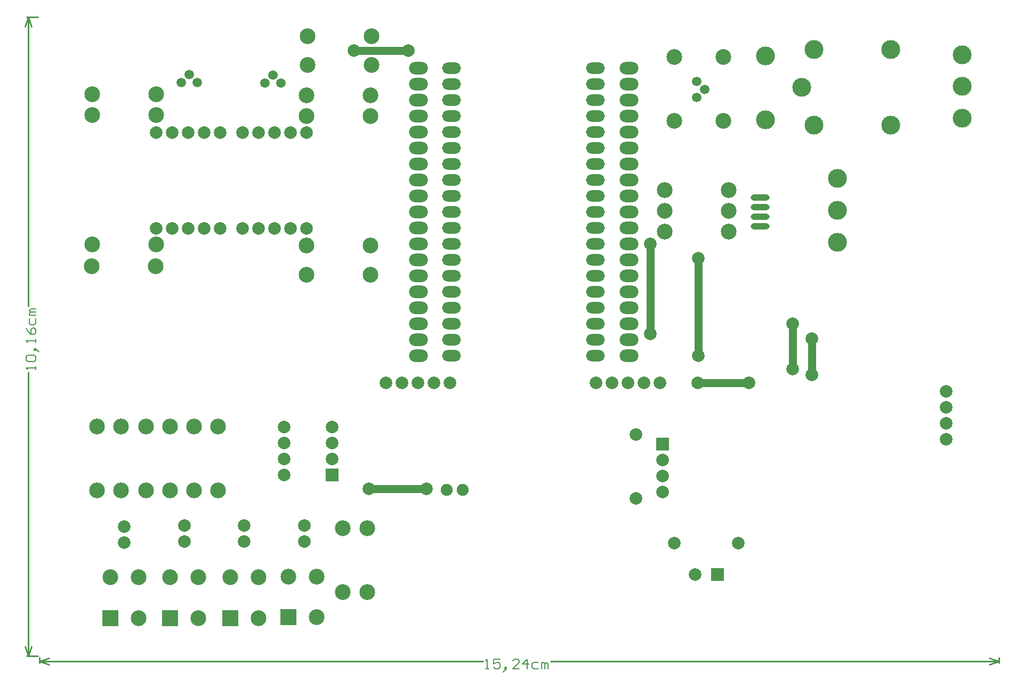
<source format=gtl>
G04*
G04 #@! TF.GenerationSoftware,Altium Limited,CircuitMaker,2.2.1 (2.2.1.6)*
G04*
G04 Layer_Physical_Order=1*
G04 Layer_Color=25308*
%FSLAX25Y25*%
%MOIN*%
G70*
G04*
G04 #@! TF.SameCoordinates,4B569A1E-B195-418F-9F09-93343C68B421*
G04*
G04*
G04 #@! TF.FilePolarity,Positive*
G04*
G01*
G75*
%ADD16C,0.01000*%
%ADD32C,0.05000*%
%ADD33C,0.00600*%
%ADD34C,0.07500*%
%ADD35C,0.09842*%
%ADD36C,0.07874*%
%ADD37O,0.11811X0.07874*%
%ADD38O,0.11811X0.07874*%
%ADD39C,0.11811*%
%ADD40O,0.11811X0.03937*%
%ADD41R,0.07874X0.07874*%
%ADD42R,0.07874X0.07874*%
%ADD43O,0.11811X0.07087*%
%ADD44R,0.09842X0.09842*%
%ADD45C,0.05905*%
D16*
X91000Y106000D02*
X93000Y100000D01*
X95000Y106000D01*
X93000Y500000D02*
X95000Y494000D01*
X91000D02*
X93000Y500000D01*
Y100000D02*
Y277806D01*
Y318994D02*
Y500000D01*
X92000Y100000D02*
X99000D01*
X92000Y500000D02*
X99000D01*
X100000Y96500D02*
X106000Y98500D01*
X100000Y96500D02*
X106000Y94500D01*
X694000D02*
X700000Y96500D01*
X694000Y98500D02*
X700000Y96500D01*
X100000D02*
X377306D01*
X419494D02*
X700000D01*
X100000Y95500D02*
Y99000D01*
X700000Y95500D02*
Y99000D01*
D32*
X306000Y204500D02*
X342000D01*
X482000Y301500D02*
Y358000D01*
X511500Y271000D02*
X543500D01*
X583000Y276000D02*
Y298500D01*
X571000Y279500D02*
Y308000D01*
X512000Y288000D02*
Y349000D01*
X296500Y479000D02*
X330500D01*
D33*
X97599Y279406D02*
Y281405D01*
Y280406D01*
X91601D01*
X92600Y279406D01*
Y284404D02*
X91601Y285404D01*
Y287403D01*
X92600Y288403D01*
X96599D01*
X97599Y287403D01*
Y285404D01*
X96599Y284404D01*
X92600D01*
X98598Y291402D02*
X97599Y292402D01*
X96599D01*
Y291402D01*
X97599D01*
Y292402D01*
X98598Y291402D01*
X99598Y290403D01*
X97599Y296401D02*
Y298400D01*
Y297400D01*
X91601D01*
X92600Y296401D01*
X91601Y305398D02*
X92600Y303398D01*
X94600Y301399D01*
X96599D01*
X97599Y302399D01*
Y304398D01*
X96599Y305398D01*
X95599D01*
X94600Y304398D01*
Y301399D01*
X93600Y311396D02*
Y308397D01*
X94600Y307397D01*
X96599D01*
X97599Y308397D01*
Y311396D01*
Y313395D02*
X93600D01*
Y314395D01*
X94600Y315394D01*
X97599D01*
X94600D01*
X93600Y316394D01*
X94600Y317394D01*
X97599D01*
X378906Y91901D02*
X380906D01*
X379906D01*
Y97899D01*
X378906Y96900D01*
X387903Y97899D02*
X383905D01*
Y94900D01*
X385904Y95900D01*
X386904D01*
X387903Y94900D01*
Y92901D01*
X386904Y91901D01*
X384904D01*
X383905Y92901D01*
X390902Y90902D02*
X391902Y91901D01*
Y92901D01*
X390902D01*
Y91901D01*
X391902D01*
X390902Y90902D01*
X389903Y89902D01*
X399900Y91901D02*
X395901D01*
X399900Y95900D01*
Y96900D01*
X398900Y97899D01*
X396901D01*
X395901Y96900D01*
X404898Y91901D02*
Y97899D01*
X401899Y94900D01*
X405898D01*
X411896Y95900D02*
X408897D01*
X407897Y94900D01*
Y92901D01*
X408897Y91901D01*
X411896D01*
X413895D02*
Y95900D01*
X414895D01*
X415894Y94900D01*
Y91901D01*
Y94900D01*
X416894Y95900D01*
X417894Y94900D01*
Y91901D01*
D34*
X364500Y204000D02*
D03*
X354500D02*
D03*
D35*
X491000Y378500D02*
D03*
X531000D02*
D03*
Y365500D02*
D03*
X491000D02*
D03*
X307000Y357000D02*
D03*
X267000D02*
D03*
X172500Y344000D02*
D03*
X132500D02*
D03*
X527500Y475000D02*
D03*
X497000D02*
D03*
X531000Y391500D02*
D03*
X491000D02*
D03*
X527500Y435000D02*
D03*
X497000D02*
D03*
X289500Y180000D02*
D03*
Y140000D02*
D03*
X267500Y488000D02*
D03*
X307500D02*
D03*
Y470000D02*
D03*
X267500D02*
D03*
X267000Y451000D02*
D03*
X307000D02*
D03*
X267000Y438000D02*
D03*
X307000D02*
D03*
X267000Y338500D02*
D03*
X307000D02*
D03*
X173000Y451500D02*
D03*
X133000D02*
D03*
X173000Y438500D02*
D03*
X133000D02*
D03*
Y357500D02*
D03*
X173000D02*
D03*
X166500Y243500D02*
D03*
Y203500D02*
D03*
X151000D02*
D03*
Y243500D02*
D03*
X136000Y203500D02*
D03*
Y243500D02*
D03*
X273358Y124205D02*
D03*
Y149795D02*
D03*
X255642D02*
D03*
X236858Y123705D02*
D03*
Y149295D02*
D03*
X219142D02*
D03*
X199358Y123705D02*
D03*
Y149295D02*
D03*
X181642D02*
D03*
X161858Y123705D02*
D03*
Y149295D02*
D03*
X144142D02*
D03*
X305000Y140000D02*
D03*
Y180000D02*
D03*
X181500Y203500D02*
D03*
Y243500D02*
D03*
X211500Y203500D02*
D03*
Y243500D02*
D03*
X196500Y203500D02*
D03*
Y243500D02*
D03*
D36*
X537000Y170500D02*
D03*
X497000D02*
D03*
X667000Y235500D02*
D03*
X510000Y151000D02*
D03*
X489740Y222500D02*
D03*
Y212500D02*
D03*
Y202500D02*
D03*
X473000Y238500D02*
D03*
Y198500D02*
D03*
X488000Y271000D02*
D03*
X478000D02*
D03*
X468000D02*
D03*
X458000D02*
D03*
X448000D02*
D03*
X227000Y367500D02*
D03*
X237000D02*
D03*
X247000D02*
D03*
X257000D02*
D03*
X267000D02*
D03*
X227000Y427500D02*
D03*
X237000D02*
D03*
X247000D02*
D03*
X257000D02*
D03*
X267000D02*
D03*
X173000Y367500D02*
D03*
X183000D02*
D03*
X193000D02*
D03*
X203000D02*
D03*
X213000D02*
D03*
X173000Y427500D02*
D03*
X183000D02*
D03*
X193000D02*
D03*
X203000D02*
D03*
X213000D02*
D03*
X253000Y243300D02*
D03*
Y233300D02*
D03*
Y223300D02*
D03*
Y213300D02*
D03*
X283000Y243300D02*
D03*
Y233300D02*
D03*
Y223300D02*
D03*
X153000Y171000D02*
D03*
Y181000D02*
D03*
X190500Y171500D02*
D03*
Y181500D02*
D03*
X228000Y171500D02*
D03*
Y181500D02*
D03*
X265500D02*
D03*
Y171500D02*
D03*
X667000Y265500D02*
D03*
Y255500D02*
D03*
Y245500D02*
D03*
X316500Y271000D02*
D03*
X326500D02*
D03*
X336500D02*
D03*
X346500D02*
D03*
X356500D02*
D03*
X342000Y204500D02*
D03*
X482000Y358000D02*
D03*
Y301500D02*
D03*
X543500Y271000D02*
D03*
X583000Y298500D02*
D03*
Y276000D02*
D03*
X571000Y308000D02*
D03*
Y279500D02*
D03*
X512000Y349000D02*
D03*
Y288000D02*
D03*
X511500Y271000D02*
D03*
X330500Y479000D02*
D03*
X296500D02*
D03*
X306000Y204500D02*
D03*
D37*
X337000Y358000D02*
D03*
Y288000D02*
D03*
Y468000D02*
D03*
Y458000D02*
D03*
Y448000D02*
D03*
Y438000D02*
D03*
Y428000D02*
D03*
Y418000D02*
D03*
Y408000D02*
D03*
Y398000D02*
D03*
Y388000D02*
D03*
Y378000D02*
D03*
Y368000D02*
D03*
Y328000D02*
D03*
Y318000D02*
D03*
Y308000D02*
D03*
Y298000D02*
D03*
X468500Y468000D02*
D03*
Y458000D02*
D03*
Y448000D02*
D03*
Y438000D02*
D03*
Y428000D02*
D03*
Y418000D02*
D03*
Y408000D02*
D03*
Y398000D02*
D03*
Y388000D02*
D03*
Y378000D02*
D03*
Y368000D02*
D03*
Y358000D02*
D03*
Y348000D02*
D03*
Y338000D02*
D03*
Y328000D02*
D03*
Y318000D02*
D03*
Y308000D02*
D03*
Y298000D02*
D03*
Y288000D02*
D03*
D38*
X337000Y338000D02*
D03*
Y348000D02*
D03*
D39*
X554000Y475500D02*
D03*
Y435500D02*
D03*
X584374Y479622D02*
D03*
X677000Y476185D02*
D03*
X599000Y359000D02*
D03*
Y379000D02*
D03*
Y399000D02*
D03*
X677000Y436815D02*
D03*
Y456500D02*
D03*
X576500Y456000D02*
D03*
X632406Y479622D02*
D03*
Y432378D02*
D03*
X584374D02*
D03*
D40*
X550500Y386858D02*
D03*
Y380953D02*
D03*
Y375047D02*
D03*
Y369142D02*
D03*
D41*
X524000Y151000D02*
D03*
D42*
X489740Y232500D02*
D03*
X283000Y213300D02*
D03*
D43*
X357421Y458000D02*
D03*
Y418000D02*
D03*
Y378000D02*
D03*
Y338000D02*
D03*
Y298000D02*
D03*
Y468000D02*
D03*
Y438000D02*
D03*
Y428000D02*
D03*
Y408000D02*
D03*
Y398000D02*
D03*
Y368000D02*
D03*
Y358000D02*
D03*
Y348000D02*
D03*
Y328000D02*
D03*
Y318000D02*
D03*
Y308000D02*
D03*
Y448000D02*
D03*
Y388000D02*
D03*
Y288000D02*
D03*
X447579D02*
D03*
Y458000D02*
D03*
Y418000D02*
D03*
Y378000D02*
D03*
Y338000D02*
D03*
Y298000D02*
D03*
Y468000D02*
D03*
Y438000D02*
D03*
Y428000D02*
D03*
Y408000D02*
D03*
Y398000D02*
D03*
Y368000D02*
D03*
Y358000D02*
D03*
Y348000D02*
D03*
Y328000D02*
D03*
Y318000D02*
D03*
Y308000D02*
D03*
Y448000D02*
D03*
Y388000D02*
D03*
D44*
X255642Y124205D02*
D03*
X219142Y123705D02*
D03*
X181642D02*
D03*
X144142D02*
D03*
D45*
X511000Y459500D02*
D03*
Y449500D02*
D03*
X516000Y454500D02*
D03*
X246000Y463500D02*
D03*
X251000Y458500D02*
D03*
X241000D02*
D03*
X188500Y459000D02*
D03*
X198500D02*
D03*
X193500Y464000D02*
D03*
M02*

</source>
